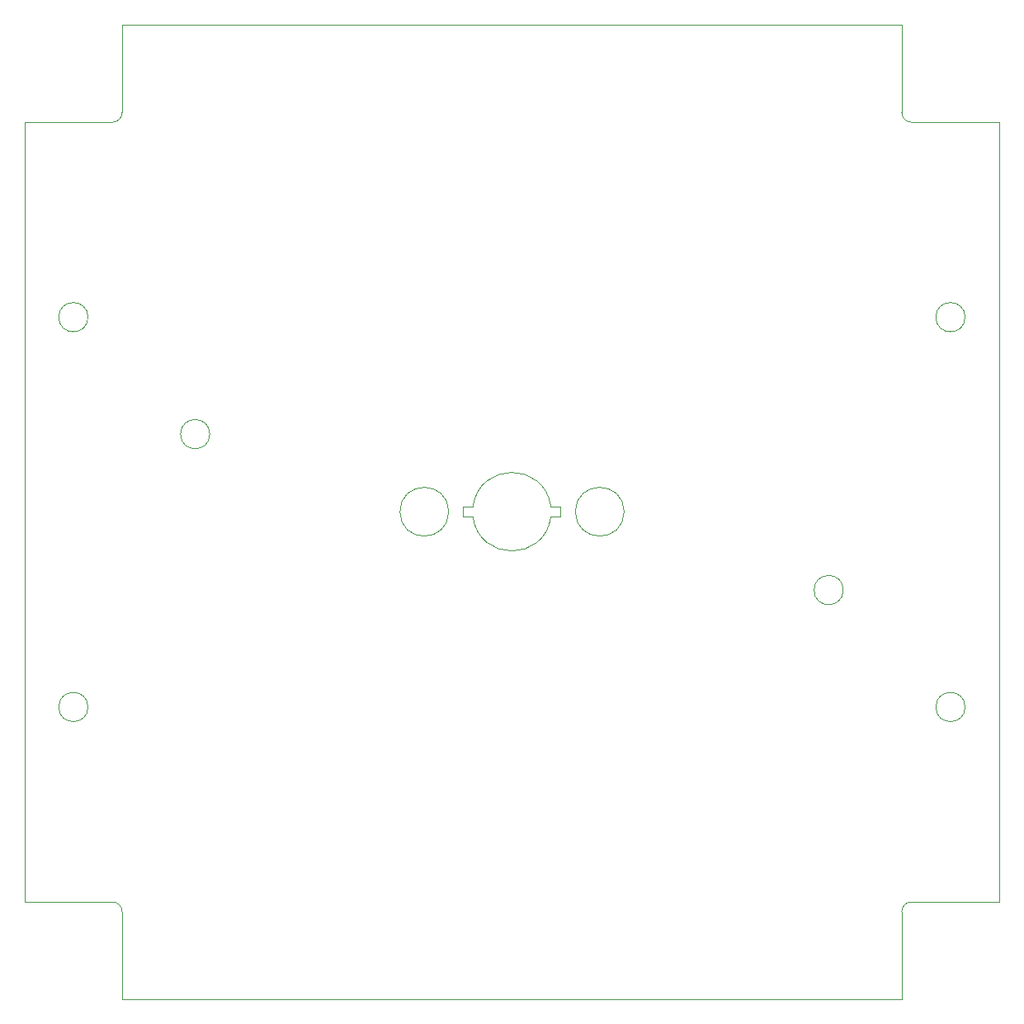
<source format=gm1>
%TF.GenerationSoftware,KiCad,Pcbnew,(5.1.9-0-10_14)*%
%TF.CreationDate,2022-02-18T16:21:06-06:00*%
%TF.ProjectId,OwlSat_Z_Panel,4f776c53-6174-45f5-9a5f-50616e656c2e,rev?*%
%TF.SameCoordinates,Original*%
%TF.FileFunction,Profile,NP*%
%FSLAX46Y46*%
G04 Gerber Fmt 4.6, Leading zero omitted, Abs format (unit mm)*
G04 Created by KiCad (PCBNEW (5.1.9-0-10_14)) date 2022-02-18 16:21:06*
%MOMM*%
%LPD*%
G01*
G04 APERTURE LIST*
%TA.AperFunction,Profile*%
%ADD10C,0.050000*%
%TD*%
G04 APERTURE END LIST*
D10*
X161180000Y-82160000D02*
G75*
G03*
X161180000Y-82160000I-2500000J0D01*
G01*
X143180000Y-82160000D02*
G75*
G03*
X143180000Y-82160000I-2500000J0D01*
G01*
X118670000Y-74200000D02*
G75*
G03*
X118670000Y-74200000I-1500000J0D01*
G01*
X183670033Y-90200000D02*
G75*
G03*
X183670033Y-90200000I-1500033J0D01*
G01*
X109670000Y-123200000D02*
X109670000Y-132200000D01*
X108670000Y-122200000D02*
X99670000Y-122200000D01*
X108670000Y-122200000D02*
G75*
G02*
X109670000Y-123200000I0J-1000000D01*
G01*
X189670000Y-123200000D02*
X189670000Y-132200000D01*
X190670000Y-122200000D02*
X199670000Y-122200000D01*
X189670000Y-123200000D02*
G75*
G02*
X190670000Y-122200000I1000000J0D01*
G01*
X190670001Y-42200049D02*
X199670000Y-42200000D01*
X189670001Y-41190001D02*
X189670000Y-32200000D01*
X190670001Y-42200049D02*
G75*
G02*
X189670001Y-41190001I-1J1000049D01*
G01*
X109670000Y-41200000D02*
X109670000Y-32200000D01*
X108670000Y-42200000D02*
X99670000Y-42200000D01*
X109670000Y-41200000D02*
G75*
G02*
X108670000Y-42200000I-1000000J0D01*
G01*
X153669999Y-82660001D02*
G75*
G02*
X145670001Y-82659999I-3999999J500001D01*
G01*
X144670000Y-82660000D02*
X145670000Y-82660000D01*
X144670000Y-81660000D02*
X144670000Y-82660000D01*
X145670000Y-81660000D02*
X144670000Y-81660000D01*
X145670155Y-81658765D02*
G75*
G02*
X153669999Y-81660001I3999845J-501235D01*
G01*
X154670000Y-81660000D02*
X153670000Y-81660000D01*
X154670000Y-82660000D02*
X153670000Y-82660000D01*
X154670000Y-81660000D02*
X154670000Y-82660000D01*
X196170000Y-102200000D02*
G75*
G03*
X196170000Y-102200000I-1500000J0D01*
G01*
X196170000Y-62200000D02*
G75*
G03*
X196170000Y-62200000I-1500000J0D01*
G01*
X106170000Y-62200000D02*
G75*
G03*
X106170000Y-62200000I-1500000J0D01*
G01*
X106170000Y-102200000D02*
G75*
G03*
X106170000Y-102200000I-1500000J0D01*
G01*
X99670000Y-122200000D02*
X99670000Y-42200000D01*
X189670000Y-132200000D02*
X109670000Y-132200000D01*
X199670000Y-42200000D02*
X199670000Y-122200000D01*
X109670000Y-32200000D02*
X189670000Y-32200000D01*
M02*

</source>
